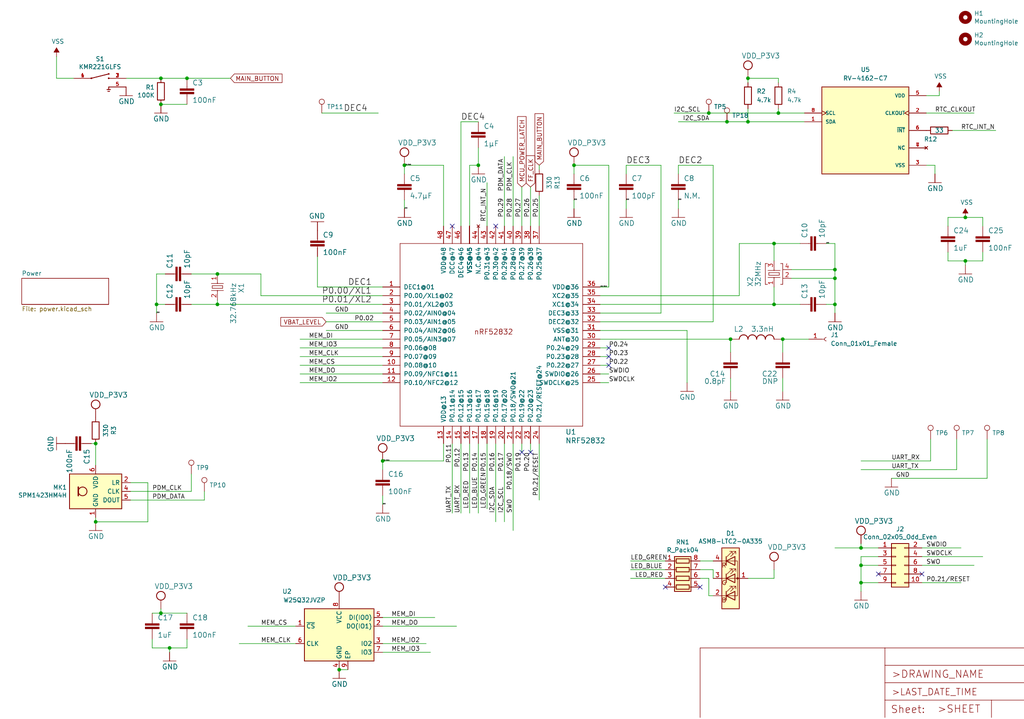
<source format=kicad_sch>
(kicad_sch (version 20211123) (generator eeschema)
  (paper "User" 299.06 210.007)
  (junction (at 226.06 88.9))
  (junction (at 167.64 48.26))
  (junction (at 243.84 81.28))
  (junction (at 243.84 78.74))
  (junction (at 49.53 189.23))
  (junction (at 218.44 35.56))
  (junction (at 226.06 71.12))
  (junction (at 251.46 165.1))
  (junction (at 45.72 88.9))
  (junction (at 207.01 33.02))
  (junction (at 218.44 22.86))
  (junction (at 118.11 48.26))
  (junction (at 46.99 179.07))
  (junction (at 251.46 170.18))
  (junction (at 243.84 88.9))
  (junction (at 281.94 76.2))
  (junction (at 63.5 88.9))
  (junction (at 212.3187 35.56))
  (junction (at 111.76 134.62))
  (junction (at 213.36 99.06))
  (junction (at 46.99 22.86))
  (junction (at 27.94 152.4))
  (junction (at 54.61 22.86))
  (junction (at 227.33 33.02))
  (junction (at 63.5 80.01))
  (junction (at 251.46 160.02))
  (junction (at 46.99 30.48))
  (junction (at 27.94 129.54))
  (junction (at 139.7 48.26))
  (junction (at 228.6 99.06))
  (junction (at 99.06 195.58))
  (junction (at 281.94 63.5))
  (no_connect (at 152.4 132.08))
  (no_connect (at 256.54 167.64))
  (no_connect (at 177.8 101.6))
  (no_connect (at 132.08 66.04))
  (no_connect (at 204.47 171.45))
  (no_connect (at 144.78 66.04))
  (no_connect (at 154.94 132.08))
  (no_connect (at 269.24 167.64))
  (no_connect (at 5.08 -36.83))
  (no_connect (at 177.8 106.68))
  (no_connect (at 194.31 171.45))
  (no_connect (at 177.8 104.14))
  (wire (pts (xy 154.94 129.54) (xy 154.94 132.08)))
  (wire (pts (xy 142.24 53.34) (xy 142.24 66.04)))
  (wire (pts (xy 59.69 143.51) (xy 59.69 146.05)))
  (wire (pts (xy 118.11 48.26) (xy 129.54 48.26)))
  (wire (pts (xy 241.3 88.9) (xy 243.84 88.9)))
  (wire (pts (xy 69.85 187.96) (xy 86.36 187.96)))
  (wire (pts (xy 276.86 76.2) (xy 281.94 76.2)))
  (wire (pts (xy 87.63 111.76) (xy 111.76 111.76)))
  (wire (pts (xy 175.26 93.98) (xy 208.28 93.98)))
  (wire (pts (xy 43.18 152.4) (xy 43.18 140.97)))
  (wire (pts (xy 167.64 48.26) (xy 167.64 50.8)))
  (wire (pts (xy 139.7 43.18) (xy 139.7 48.26)))
  (wire (pts (xy 154.94 54.61) (xy 154.94 66.04)))
  (wire (pts (xy 142.24 129.54) (xy 142.24 148.59)))
  (wire (pts (xy 256.54 170.18) (xy 251.46 170.18)))
  (wire (pts (xy 256.54 160.02) (xy 251.46 160.02)))
  (wire (pts (xy 226.06 83.82) (xy 226.06 88.9)))
  (wire (pts (xy 260.35 139.7) (xy 288.29 139.7)))
  (wire (pts (xy 101.6 195.58) (xy 99.06 195.58)))
  (wire (pts (xy 227.33 33.02) (xy 234.95 33.02)))
  (wire (pts (xy 175.26 96.52) (xy 200.66 96.52)))
  (wire (pts (xy 207.01 168.91) (xy 207.01 173.99)))
  (wire (pts (xy 167.64 58.42) (xy 167.64 60.96)))
  (wire (pts (xy 281.94 63.5) (xy 287.02 63.5)))
  (wire (pts (xy 228.6 102.87) (xy 228.6 99.06)))
  (wire (pts (xy 276.86 76.2) (xy 276.86 73.66)))
  (wire (pts (xy 157.48 129.54) (xy 157.48 146.05)))
  (wire (pts (xy 269.24 162.56) (xy 287.02 162.56)))
  (wire (pts (xy 182.88 48.26) (xy 193.04 48.26)))
  (wire (pts (xy 251.46 137.16) (xy 279.4 137.16)))
  (wire (pts (xy 46.99 22.86) (xy 54.61 22.86)))
  (wire (pts (xy 111.76 187.96) (xy 124.46 187.96)))
  (wire (pts (xy 76.2 86.36) (xy 111.76 86.36)))
  (wire (pts (xy 134.62 66.04) (xy 134.62 35.56)))
  (wire (pts (xy 208.28 166.37) (xy 208.28 168.91)))
  (wire (pts (xy 251.46 165.1) (xy 251.46 170.18)))
  (wire (pts (xy 111.76 147.32) (xy 111.76 144.78)))
  (wire (pts (xy 46.99 177.8) (xy 46.99 179.07)))
  (wire (pts (xy 27.94 129.54) (xy 26.67 129.54)))
  (wire (pts (xy 227.33 22.86) (xy 227.33 24.13)))
  (wire (pts (xy 194.31 163.83) (xy 184.15 163.83)))
  (wire (pts (xy 287.02 63.5) (xy 287.02 66.04)))
  (wire (pts (xy 175.26 83.82) (xy 177.8 83.82)))
  (wire (pts (xy 218.44 22.86) (xy 227.33 22.86)))
  (wire (pts (xy 226.06 88.9) (xy 233.68 88.9)))
  (wire (pts (xy 212.3187 35.56) (xy 218.44 35.56)))
  (wire (pts (xy 198.12 35.56) (xy 212.3187 35.56)))
  (wire (pts (xy 144.78 129.54) (xy 144.78 152.4)))
  (wire (pts (xy 63.5 88.9) (xy 63.5 87.63)))
  (wire (pts (xy 137.16 48.26) (xy 139.7 48.26)))
  (wire (pts (xy 200.66 96.52) (xy 200.66 111.76)))
  (wire (pts (xy 218.44 31.75) (xy 218.44 35.56)))
  (wire (pts (xy 76.2 86.36) (xy 76.2 80.01)))
  (wire (pts (xy 157.48 48.26) (xy 157.48 49.53)))
  (wire (pts (xy 55.88 88.9) (xy 63.5 88.9)))
  (wire (pts (xy 215.9 86.36) (xy 175.26 86.36)))
  (wire (pts (xy 92.71 83.82) (xy 111.76 83.82)))
  (wire (pts (xy 218.44 35.56) (xy 234.95 35.56)))
  (wire (pts (xy 281.94 63.5) (xy 276.86 63.5)))
  (wire (pts (xy 204.47 168.91) (xy 207.01 168.91)))
  (wire (pts (xy 218.44 168.91) (xy 226.06 168.91)))
  (wire (pts (xy 16.51 16.51) (xy 16.51 22.86)))
  (wire (pts (xy 111.76 96.52) (xy 95.25 96.52)))
  (wire (pts (xy 55.88 80.01) (xy 63.5 80.01)))
  (wire (pts (xy 46.99 179.07) (xy 44.45 179.07)))
  (wire (pts (xy 269.24 165.1) (xy 284.48 165.1)))
  (wire (pts (xy 111.76 91.44) (xy 95.25 91.44)))
  (wire (pts (xy 270.51 33.02) (xy 284.48 33.02)))
  (wire (pts (xy 227.33 31.75) (xy 227.33 33.02)))
  (wire (pts (xy 276.86 63.5) (xy 276.86 66.04)))
  (wire (pts (xy 175.26 101.6) (xy 177.8 101.6)))
  (wire (pts (xy 55.88 138.43) (xy 55.88 143.51)))
  (wire (pts (xy 137.16 66.04) (xy 137.16 48.26)))
  (wire (pts (xy 269.24 160.02) (xy 280.67 160.02)))
  (wire (pts (xy 274.32 27.94) (xy 274.32 26.67)))
  (wire (pts (xy 233.68 71.12) (xy 226.06 71.12)))
  (wire (pts (xy 193.04 91.44) (xy 175.26 91.44)))
  (wire (pts (xy 87.63 106.68) (xy 111.76 106.68)))
  (wire (pts (xy 27.94 152.4) (xy 27.94 151.13)))
  (wire (pts (xy 208.28 93.98) (xy 208.28 48.26)))
  (wire (pts (xy 92.71 74.93) (xy 92.71 83.82)))
  (wire (pts (xy 49.53 190.5) (xy 49.53 189.23)))
  (wire (pts (xy 207.01 33.02) (xy 227.33 33.02)))
  (wire (pts (xy 45.72 80.01) (xy 48.26 80.01)))
  (wire (pts (xy 256.54 165.1) (xy 251.46 165.1)))
  (wire (pts (xy 38.1 143.51) (xy 55.88 143.51)))
  (wire (pts (xy 243.84 71.12) (xy 243.84 78.74)))
  (wire (pts (xy 54.61 179.07) (xy 46.99 179.07)))
  (wire (pts (xy 54.61 189.23) (xy 54.61 186.69)))
  (wire (pts (xy 182.88 58.42) (xy 182.88 60.96)))
  (wire (pts (xy 196.85 33.02) (xy 207.01 33.02)))
  (wire (pts (xy 27.94 152.4) (xy 43.18 152.4)))
  (wire (pts (xy 177.8 83.82) (xy 177.8 48.26)))
  (wire (pts (xy 129.54 48.26) (xy 129.54 66.04)))
  (wire (pts (xy 218.44 22.86) (xy 218.44 24.13)))
  (wire (pts (xy 251.46 134.62) (xy 271.78 134.62)))
  (wire (pts (xy 226.06 168.91) (xy 226.06 166.37)))
  (wire (pts (xy 129.54 129.54) (xy 129.54 134.62)))
  (wire (pts (xy 213.36 102.87) (xy 213.36 99.06)))
  (wire (pts (xy 215.9 71.12) (xy 215.9 86.36)))
  (wire (pts (xy 149.86 129.54) (xy 149.86 154.94)))
  (wire (pts (xy 111.76 182.88) (xy 133.35 182.88)))
  (wire (pts (xy 226.06 71.12) (xy 215.9 71.12)))
  (wire (pts (xy 38.1 146.05) (xy 59.69 146.05)))
  (wire (pts (xy 36.83 22.86) (xy 46.99 22.86)))
  (wire (pts (xy 49.53 189.23) (xy 54.61 189.23)))
  (wire (pts (xy 270.51 27.94) (xy 274.32 27.94)))
  (wire (pts (xy 16.51 22.86) (xy 21.59 22.86)))
  (wire (pts (xy 132.08 129.54) (xy 132.08 149.86)))
  (wire (pts (xy 175.26 109.22) (xy 177.8 109.22)))
  (wire (pts (xy 208.28 48.26) (xy 198.12 48.26)))
  (wire (pts (xy 204.47 166.37) (xy 208.28 166.37)))
  (wire (pts (xy 134.62 129.54) (xy 134.62 149.86)))
  (wire (pts (xy 48.26 88.9) (xy 45.72 88.9)))
  (wire (pts (xy 87.63 99.06) (xy 111.76 99.06)))
  (wire (pts (xy 87.63 104.14) (xy 111.76 104.14)))
  (wire (pts (xy 213.36 110.49) (xy 213.36 114.3)))
  (wire (pts (xy 43.18 140.97) (xy 38.1 140.97)))
  (wire (pts (xy 271.78 134.62) (xy 271.78 128.27)))
  (wire (pts (xy 93.98 33.02) (xy 110.49 33.02)))
  (wire (pts (xy 182.88 50.8) (xy 182.88 48.26)))
  (wire (pts (xy 111.76 190.5) (xy 125.73 190.5)))
  (wire (pts (xy 241.3 71.12) (xy 243.84 71.12)))
  (wire (pts (xy 45.72 91.44) (xy 45.72 88.9)))
  (wire (pts (xy 279.4 137.16) (xy 279.4 128.27)))
  (wire (pts (xy 175.26 104.14) (xy 177.8 104.14)))
  (wire (pts (xy 111.76 180.34) (xy 127 180.34)))
  (wire (pts (xy 147.32 66.04) (xy 147.32 45.72)))
  (wire (pts (xy 243.84 88.9) (xy 243.84 91.44)))
  (wire (pts (xy 231.14 81.28) (xy 243.84 81.28)))
  (wire (pts (xy 251.46 170.18) (xy 251.46 172.72)))
  (wire (pts (xy 152.4 129.54) (xy 152.4 132.08)))
  (wire (pts (xy 269.24 170.18) (xy 280.67 170.18)))
  (wire (pts (xy 152.4 66.04) (xy 152.4 54.61)))
  (wire (pts (xy 149.86 45.72) (xy 149.86 66.04)))
  (wire (pts (xy 231.14 78.74) (xy 243.84 78.74)))
  (wire (pts (xy 270.51 48.26) (xy 273.05 48.26)))
  (wire (pts (xy 273.05 48.26) (xy 273.05 50.8)))
  (wire (pts (xy 134.62 35.56) (xy 139.7 35.56)))
  (wire (pts (xy 157.48 57.15) (xy 157.48 66.04)))
  (wire (pts (xy 243.84 78.74) (xy 243.84 81.28)))
  (wire (pts (xy 139.7 129.54) (xy 139.7 149.86)))
  (wire (pts (xy 45.72 88.9) (xy 45.72 80.01)))
  (wire (pts (xy 175.26 111.76) (xy 177.8 111.76)))
  (wire (pts (xy 281.94 77.47) (xy 281.94 76.2)))
  (wire (pts (xy 44.45 189.23) (xy 49.53 189.23)))
  (wire (pts (xy 95.25 93.98) (xy 111.76 93.98)))
  (wire (pts (xy 228.6 99.06) (xy 236.22 99.06)))
  (wire (pts (xy 87.63 101.6) (xy 111.76 101.6)))
  (wire (pts (xy 111.76 134.62) (xy 111.76 137.16)))
  (wire (pts (xy 198.12 58.42) (xy 198.12 60.96)))
  (wire (pts (xy 204.47 163.83) (xy 208.28 163.83)))
  (wire (pts (xy 226.06 71.12) (xy 226.06 76.2)))
  (wire (pts (xy 147.32 129.54) (xy 147.32 152.4)))
  (wire (pts (xy 137.16 129.54) (xy 137.16 149.86)))
  (wire (pts (xy 54.61 22.86) (xy 67.31 22.86)))
  (wire (pts (xy 207.01 173.99) (xy 208.28 173.99)))
  (wire (pts (xy 129.54 134.62) (xy 111.76 134.62)))
  (wire (pts (xy 177.8 48.26) (xy 167.64 48.26)))
  (wire (pts (xy 175.26 99.06) (xy 213.36 99.06)))
  (wire (pts (xy 76.2 80.01) (xy 63.5 80.01)))
  (wire (pts (xy 175.26 106.68) (xy 177.8 106.68)))
  (wire (pts (xy 87.63 109.22) (xy 111.76 109.22)))
  (wire (pts (xy 54.61 30.48) (xy 46.99 30.48)))
  (wire (pts (xy 198.12 48.26) (xy 198.12 50.8)))
  (wire (pts (xy 287.02 76.2) (xy 287.02 73.66)))
  (wire (pts (xy 194.31 168.91) (xy 184.15 168.91)))
  (wire (pts (xy 118.11 60.96) (xy 118.11 58.42)))
  (wire (pts (xy 63.5 88.9) (xy 111.76 88.9)))
  (wire (pts (xy 281.94 76.2) (xy 287.02 76.2)))
  (wire (pts (xy 251.46 162.56) (xy 251.46 165.1)))
  (wire (pts (xy 44.45 189.23) (xy 44.45 186.69)))
  (wire (pts (xy 27.94 135.89) (xy 27.94 129.54)))
  (wire (pts (xy 251.46 162.56) (xy 256.54 162.56)))
  (wire (pts (xy 243.84 81.28) (xy 243.84 88.9)))
  (wire (pts (xy 193.04 48.26) (xy 193.04 91.44)))
  (wire (pts (xy 118.11 48.26) (xy 118.11 50.8)))
  (wire (pts (xy 72.39 182.88) (xy 86.36 182.88)))
  (wire (pts (xy 228.6 110.49) (xy 228.6 114.3)))
  (wire (pts (xy 278.13 38.1) (xy 290.83 38.1)))
  (wire (pts (xy 175.26 88.9) (xy 226.06 88.9)))
  (wire (pts (xy 251.46 160.02) (xy 251.46 158.75)))
  (wire (pts (xy 288.29 139.7) (xy 288.29 128.27)))
  (wire (pts (xy 194.31 166.37) (xy 184.15 166.37)))
  (wire (pts (xy 243.84 160.02) (xy 251.46 160.02)))
  (label "P0.19" (at 152.4 132.08 270))
  (label "P0.17" (at 147.32 132.08 270))
  (label "MEM_CLK" (at 76.2 187.96 0))
  (label "GND" (at 198.12 58.42 0) (effects (font (size 0.254 0.254))))
  (label "SWDCLK" (at 177.8 111.76 0))
  (label "P0.13" (at 137.16 132.08 270))
  (label "PDM_DATA" (at 44.45 146.05 0))
  (label "MEM_CS" (at 76.2 182.88 0))
  (label "P0.20" (at 154.94 132.08 270))
  (label "UART_TX" (at 260.35 137.16 0))
  (label "P0.26" (at 154.94 63.5 90))
  (label "P0.02" (at 109.22 93.98 180))
  (label "MEM_CLK" (at 90.17 104.14 0))
  (label "SWO" (at 149.86 149.86 90))
  (label "PDM_DATA" (at 147.32 55.88 90))
  (label "DEC1" (at 101.6 83.82 0) (effects (font (size 1.778 1.778))))
  (label "UART_TX" (at 132.08 149.86 90))
  (label "LED_GREEN" (at 142.24 148.59 90))
  (label "P0.16" (at 144.78 132.08 270))
  (label "LED_BLUE" (at 139.7 148.59 90))
  (label "GND" (at 261.62 139.7 0))
  (label "MEM_DI" (at 90.17 99.06 0))
  (label "I2C_SDA" (at 199.39 35.56 0))
  (label "GND" (at 97.79 96.52 0))
  (label "P0.27" (at 152.4 63.5 90))
  (label "I2C_SCL" (at 196.85 33.02 0))
  (label "MEM_IO2" (at 90.17 111.76 0))
  (label "DEC2" (at 198.12 48.26 0) (effects (font (size 1.778 1.778))))
  (label "RTC_CLKOUT" (at 273.05 33.02 0))
  (label "GND" (at 167.64 58.42 0) (effects (font (size 0.254 0.254))))
  (label "P0.12" (at 134.62 130.81 270))
  (label "RTC_INT_N" (at 142.24 64.77 90))
  (label "UART_RX" (at 260.35 134.62 0))
  (label "P0.14" (at 139.7 132.08 270))
  (label "MEM_DO" (at 114.3 182.88 0))
  (label "RTC_INT_N" (at 280.67 38.1 0))
  (label "GND" (at 111.76 147.32 0) (effects (font (size 0.254 0.254))))
  (label "P0.15" (at 142.24 132.08 270))
  (label "P0.00/XL1" (at 93.98 86.36 0) (effects (font (size 1.778 1.778))))
  (label "LED_BLUE" (at 184.15 166.37 0))
  (label "P0.22" (at 177.8 106.68 0))
  (label "SWDIO" (at 270.51 160.02 0))
  (label "DEC4" (at 100.33 33.02 0) (effects (font (size 1.778 1.778))))
  (label "MEM_DI" (at 114.3 180.34 0))
  (label "PDM_CLK" (at 44.45 143.51 0))
  (label "LED_RED" (at 185.42 168.91 0))
  (label "VDD_P3V3" (at 111.76 134.62 0) (effects (font (size 0.254 0.254))))
  (label "MEM_DO" (at 90.17 109.22 0))
  (label "MEM_IO3" (at 114.3 190.5 0))
  (label "PDM_CLK" (at 149.86 55.88 90))
  (label "P0.23" (at 177.8 104.14 0))
  (label "SWDIO" (at 177.8 109.22 0))
  (label "P0.01/XL2" (at 93.98 88.9 0) (effects (font (size 1.778 1.778))))
  (label "P0.21/RESET" (at 157.48 132.08 270))
  (label "VDD_P3V3" (at 118.11 48.26 0) (effects (font (size 0.254 0.254))))
  (label "P0.29" (at 147.32 63.5 90))
  (label "DEC4" (at 134.62 35.56 0) (effects (font (size 1.778 1.778))))
  (label "P0.18/SWO" (at 149.86 132.08 270))
  (label "SWDCLK" (at 270.51 162.56 0))
  (label "UART_RX" (at 134.62 149.86 90))
  (label "LED_GREEN" (at 184.15 163.83 0))
  (label "SWO" (at 270.51 165.1 0))
  (label "P0.24" (at 177.8 101.6 0))
  (label "VDD_P3V3" (at 175.26 83.82 0) (effects (font (size 0.254 0.254))))
  (label "P0.21/RESET" (at 270.51 170.18 0))
  (label "I2C_SCL" (at 147.32 149.86 90))
  (label "GND" (at 241.3 71.12 0) (effects (font (size 0.254 0.254))))
  (label "P0.25" (at 157.48 63.5 90))
  (label "GND" (at 182.88 58.42 0) (effects (font (size 0.254 0.254))))
  (label "LED_RED" (at 137.16 148.59 90))
  (label "MEM_IO2" (at 114.3 187.96 0))
  (label "MEM_CS" (at 90.17 106.68 0))
  (label "MEM_IO3" (at 90.17 101.6 0))
  (label "DEC3" (at 182.88 48.26 0) (effects (font (size 1.778 1.778))))
  (label "GND" (at 118.11 60.96 0) (effects (font (size 0.254 0.254))))
  (label "P0.28" (at 149.86 63.5 90))
  (label "GND" (at 97.79 91.44 0))
  (label "I2C_SDA" (at 144.78 149.86 90))
  (label "P0.11" (at 132.08 129.54 270))
  (label "GND" (at 45.72 91.44 0) (effects (font (size 0.254 0.254))))
  (global_label "MAIN_BUTTON" (shape input) (at 157.48 48.26 90) (property "Intersheet References" "${INTERSHEET_REFS}" (effects hide)))
  (global_label "FF_CLK" (shape input) (at 154.94 54.61 90) (property "Intersheet References" "${INTERSHEET_REFS}" (effects hide)))
  (global_label "MCU_POWER_LATCH" (shape input) (at 152.4 54.61 90) (property "Intersheet References" "${INTERSHEET_REFS}" (effects hide)))
  (global_label "MAIN_BUTTON" (shape input) (at 67.31 22.86 0) (property "Intersheet References" "${INTERSHEET_REFS}" (effects hide)))
  (global_label "VBAT_LEVEL" (shape input) (at 95.25 93.98 180) (property "Intersheet References" "${INTERSHEET_REFS}" (effects hide)))
  (symbol (lib_id "nRF52832_qfaa-eagle-import:GND") (at 243.84 93.98 0) (mirror y) (unit 1)
    (property "Reference" "#GND011" (effects hide))
    (property "Value" "GND" (at 246.38 96.52 0) (effects (font (size 1.4986 1.4986)) (justify left bottom)))
  )
  (symbol (lib_id "nRF52832_qfaa-eagle-import:CAPACITOR_0402_N") (at 167.64 53.34 0) (unit 1)
    (property "Reference" "C6" (at 169.164 52.959 0) (effects (font (size 1.4986 1.4986)) (justify left bottom)))
    (property "Value" "100nF" (at 169.164 58.039 0) (effects (font (size 1.4986 1.4986)) (justify left bottom)))
    (property "Footprint" "Capacitor_SMD:C_0402_1005Metric" (effects hide))
    (property "LCSC" "C1525" (effects hide))
  )
  (symbol (lib_id "nRF52832_qfaa-eagle-import:GND") (at 139.7 50.8 0) (mirror y) (unit 1)
    (property "Reference" "#GND03" (effects hide))
    (property "Value" "GND" (at 142.24 53.34 0) (effects (font (size 1.4986 1.4986)) (justify left bottom)))
  )
  (symbol (lib_id "nRF52832_qfaa-eagle-import:CAPACITOR_0402_N") (at 182.88 53.34 0) (unit 1)
    (property "Reference" "C7" (at 184.404 52.959 0) (effects (font (size 1.4986 1.4986)) (justify left bottom)))
    (property "Value" "100pF" (at 184.404 58.039 0) (effects (font (size 1.4986 1.4986)) (justify left bottom)))
    (property "Footprint" "Capacitor_SMD:C_0402_1005Metric" (effects hide))
    (property "LCSC" "C1546" (effects hide))
  )
  (symbol (lib_id "nRF52832_qfaa-eagle-import:GND") (at 118.11 63.5 0) (mirror y) (unit 1)
    (property "Reference" "#GND05" (effects hide))
    (property "Value" "GND" (at 120.65 66.04 0) (effects (font (size 1.4986 1.4986)) (justify left bottom)))
  )
  (symbol (lib_id "nRF52832_qfaa-eagle-import:CAPACITOR_0402_N") (at 50.8 88.9 90) (unit 1)
    (property "Reference" "C12" (at 50.419 87.376 0) (effects (font (size 1.4986 1.4986)) (justify left bottom)))
    (property "Value" "10pF" (at 55.499 87.376 0) (effects (font (size 1.4986 1.4986)) (justify left bottom)))
    (property "Footprint" "Capacitor_SMD:C_0402_1005Metric" (effects hide))
    (property "LCSC" "C32949" (effects hide))
  )
  (symbol (lib_id "nRF52832_qfaa-eagle-import:VCC") (at 111.76 132.08 0) (unit 1)
    (property "Reference" "#VDD_NRF05" (effects hide))
    (property "Value" "VDD_P3V3" (at 109.855 128.905 0) (effects (font (size 1.4986 1.4986)) (justify left bottom)))
  )
  (symbol (lib_id "nRF52832_qfaa-eagle-import:CAPACITOR_0402_N") (at 50.8 80.01 90) (unit 1)
    (property "Reference" "C11" (at 50.419 78.486 0) (effects (font (size 1.4986 1.4986)) (justify left bottom)))
    (property "Value" "10pF" (at 55.499 78.486 0) (effects (font (size 1.4986 1.4986)) (justify left bottom)))
    (property "Footprint" "Capacitor_SMD:C_0402_1005Metric" (effects hide))
    (property "LCSC" "C32949" (effects hide))
  )
  (symbol (lib_id "nRF52832_qfaa-eagle-import:GND") (at 92.71 64.77 0) (mirror x) (unit 1)
    (property "Reference" "#GND09" (effects hide))
    (property "Value" "GND" (at 90.17 62.23 0) (effects (font (size 1.4986 1.4986)) (justify left bottom)))
  )
  (symbol (lib_id "nRF52832_qfaa-eagle-import:CAPACITOR_0603_N") (at 139.7 38.1 0) (unit 1)
    (property "Reference" "C4" (at 141.224 37.719 0) (effects (font (size 1.4986 1.4986)) (justify left bottom)))
    (property "Value" "1µF" (at 141.224 42.799 0) (effects (font (size 1.4986 1.4986)) (justify left bottom)))
    (property "Footprint" "Capacitor_SMD:C_0402_1005Metric" (effects hide))
    (property "LCSC" "C92755" (effects hide))
  )
  (symbol (lib_id "nRF52832_qfaa-eagle-import:GND") (at 198.12 63.5 0) (mirror y) (unit 1)
    (property "Reference" "#GND08" (effects hide))
    (property "Value" "GND" (at 200.66 66.04 0) (effects (font (size 1.4986 1.4986)) (justify left bottom)))
  )
  (symbol (lib_id "nRF52832_qfaa-eagle-import:GND") (at 167.64 63.5 0) (mirror y) (unit 1)
    (property "Reference" "#GND06" (effects hide))
    (property "Value" "GND" (at 170.18 66.04 0) (effects (font (size 1.4986 1.4986)) (justify left bottom)))
  )
  (symbol (lib_id "nRF52832_qfaa-eagle-import:CAPACITOR_0402_N") (at 54.61 25.4 0) (unit 1)
    (property "Reference" "C3" (at 56.134 25.019 0) (effects (font (size 1.4986 1.4986)) (justify left bottom)))
    (property "Value" "100nF" (at 56.134 30.099 0) (effects (font (size 1.4986 1.4986)) (justify left bottom)))
    (property "Footprint" "Capacitor_SMD:C_0402_1005Metric" (effects hide))
    (property "LCSC" "C1525" (effects hide))
  )
  (symbol (lib_id "nRF52832_qfaa-eagle-import:GND") (at 46.99 33.02 0) (mirror y) (unit 1)
    (property "Reference" "#GND02" (effects hide))
    (property "Value" "GND" (at 49.53 35.56 0) (effects (font (size 1.4986 1.4986)) (justify left bottom)))
  )
  (symbol (lib_id "nRF52832_qfaa-eagle-import:GND") (at 213.36 116.84 0) (mirror y) (unit 1)
    (property "Reference" "#GND013" (effects hide))
    (property "Value" "GND" (at 215.9 119.38 0) (effects (font (size 1.4986 1.4986)) (justify left bottom)))
  )
  (symbol (lib_id "Device:R") (at 46.99 26.67 0) (mirror y) (unit 1)
    (property "Reference" "R1" (at 45.212 25.5016 0) (effects (justify left)))
    (property "Value" "100K" (at 45.212 27.813 0) (effects (justify left)))
    (property "Footprint" "Resistor_SMD:R_0402_1005Metric" (effects hide))
    (property "LCSC" "C25741" (effects hide))
  )
  (symbol (lib_id "nRF52832_qfaa-eagle-import:VCC") (at 27.94 119.38 0) (unit 1)
    (property "Reference" "#VDD_NRF04" (effects hide))
    (property "Value" "VDD_P3V3" (at 26.035 116.205 0) (effects (font (size 1.4986 1.4986)) (justify left bottom)))
  )
  (symbol (lib_id "Memory_Flash:W25Q32JVZP") (at 99.06 185.42 0) (unit 1)
    (property "Reference" "U2" (at 83.82 172.72 0))
    (property "Value" "W25Q32JVZP" (at 88.9 175.26 0))
    (property "Footprint" "nRF52832_qfaa:WSON-8-1EP_6x5mm_P1.27mm_EP3.4x4.3mm" (effects hide))
    (property "Datasheet" "http://www.winbond.com/resource-files/w25q32jv%20revg%2003272018%20plus.pdf" (effects hide))
    (property "LCSC" "C2689660" (effects hide))
  )
  (symbol (lib_id "nRF52832_qfaa-eagle-import:VCC") (at 251.46 156.21 0) (unit 1)
    (property "Reference" "#VDD_NRF06" (effects hide))
    (property "Value" "VDD_P3V3" (at 249.555 153.035 0) (effects (font (size 1.4986 1.4986)) (justify left bottom)))
  )
  (symbol (lib_id "nRF52832_qfaa-eagle-import:GND") (at 251.46 175.26 0) (mirror y) (unit 1)
    (property "Reference" "#GND018" (effects hide))
    (property "Value" "GND" (at 254 177.8 0) (effects (font (size 1.4986 1.4986)) (justify left bottom)))
  )
  (symbol (lib_id "nRF52832_qfaa-eagle-import:VCC") (at 99.06 172.72 0) (unit 1)
    (property "Reference" "#VDD_NRF08" (effects hide))
    (property "Value" "VDD_P3V3" (at 97.155 169.545 0) (effects (font (size 1.4986 1.4986)) (justify left bottom)))
  )
  (symbol (lib_id "nRF52832_qfaa-eagle-import:GND") (at 99.06 198.12 0) (mirror y) (unit 1)
    (property "Reference" "#GND020" (effects hide))
    (property "Value" "GND" (at 101.6 200.66 0) (effects (font (size 1.4986 1.4986)) (justify left bottom)))
  )
  (symbol (lib_id "Connector_Generic:Conn_02x05_Odd_Even") (at 261.62 165.1 0) (unit 1)
    (property "Reference" "J2" (at 262.89 154.5082 0))
    (property "Value" "Conn_02x05_Odd_Even" (at 262.89 156.8196 0))
    (property "Footprint" "Connector_PinHeader_1.27mm:PinHeader_2x05_P1.27mm_Vertical_SMD" (effects hide))
  )
  (symbol (lib_id "nRF52832_qfaa-eagle-import:GND") (at 260.35 142.24 0) (mirror y) (unit 1)
    (property "Reference" "#GND015" (effects hide))
    (property "Value" "GND" (at 262.89 144.78 0) (effects (font (size 1.4986 1.4986)) (justify left bottom)))
  )
  (symbol (lib_id "nRF52832_qfaa-eagle-import:CAPACITOR_0402_N") (at 54.61 181.61 0) (unit 1)
    (property "Reference" "C18" (at 56.134 181.229 0) (effects (font (size 1.4986 1.4986)) (justify left bottom)))
    (property "Value" "100nF" (at 56.134 186.309 0) (effects (font (size 1.4986 1.4986)) (justify left bottom)))
    (property "Footprint" "Capacitor_SMD:C_0402_1005Metric" (effects hide))
    (property "LCSC" "C1525" (effects hide))
  )
  (symbol (lib_id "nRF52832_qfaa-eagle-import:CAPACITOR_0402_N") (at 44.45 181.61 0) (unit 1)
    (property "Reference" "C17" (at 45.974 181.229 0) (effects (font (size 1.4986 1.4986)) (justify left bottom)))
    (property "Value" "1uF" (at 45.974 186.309 0) (effects (font (size 1.4986 1.4986)) (justify left bottom)))
    (property "Footprint" "Capacitor_SMD:C_0402_1005Metric" (effects hide))
    (property "LCSC" "C52923" (effects hide))
  )
  (symbol (lib_id "LED:ASMB-MTB0-0A3A2") (at 213.36 168.91 0) (unit 1)
    (property "Reference" "D1" (at 213.36 155.7782 0))
    (property "Value" "ASMB-LTC2-0A335" (at 213.36 158.0896 0))
    (property "Footprint" "nRF52832_qfaa:LED_Cree-PLCC4_2x2mm_CW" (effects hide))
    (property "Datasheet" "https://docs.broadcom.com/docs/ASMB-LTC2-0A335-DS" (effects hide))
  )
  (symbol (lib_id "Device:R_Pack04") (at 199.39 168.91 270) (unit 1)
    (property "Reference" "RN1" (at 199.39 158.3182 90))
    (property "Value" "R_Pack04" (at 199.39 160.6296 90))
    (property "Footprint" "Resistor_SMD:R_Array_Convex_4x0402" (effects hide))
    (property "LCSC" "C25726" (effects hide))
  )
  (symbol (lib_id "nRF52832_qfaa-eagle-import:GND") (at 49.53 193.04 0) (mirror y) (unit 1)
    (property "Reference" "#GND019" (effects hide))
    (property "Value" "GND" (at 52.07 195.58 0) (effects (font (size 1.4986 1.4986)) (justify left bottom)))
  )
  (symbol (lib_id "nRF52832_qfaa-eagle-import:VCC") (at 46.99 175.26 0) (unit 1)
    (property "Reference" "#VDD_NRF09" (effects hide))
    (property "Value" "VDD_P3V3" (at 45.085 172.085 0) (effects (font (size 1.4986 1.4986)) (justify left bottom)))
  )
  (symbol (lib_id "nRF52832_qfaa-eagle-import:CAPACITOR_0402_N") (at 24.13 129.54 270) (unit 1)
    (property "Reference" "C15" (at 24.511 131.064 0) (effects (font (size 1.4986 1.4986)) (justify left bottom)))
    (property "Value" "100nF" (at 19.431 131.064 0) (effects (font (size 1.4986 1.4986)) (justify left bottom)))
    (property "Footprint" "Capacitor_SMD:C_0402_1005Metric" (effects hide))
    (property "LCSC" "C1525" (effects hide))
  )
  (symbol (lib_id "nRF52832_qfaa-eagle-import:GND") (at 27.94 154.94 0) (mirror y) (unit 1)
    (property "Reference" "#GND017" (effects hide))
    (property "Value" "GND" (at 30.48 157.48 0) (effects (font (size 1.4986 1.4986)) (justify left bottom)))
  )
  (symbol (lib_id "nRF52832_qfaa-eagle-import:VCC") (at 226.06 163.83 0) (unit 1)
    (property "Reference" "#VDD_NRF07" (effects hide))
    (property "Value" "VDD_P3V3" (at 224.155 160.655 0) (effects (font (size 1.4986 1.4986)) (justify left bottom)))
  )
  (symbol (lib_id "Device:R") (at 27.94 125.73 180) (unit 1)
    (property "Reference" "R3" (at 33.1978 125.73 90))
    (property "Value" "330" (at 30.8864 125.73 90))
    (property "Footprint" "Resistor_SMD:R_0402_1005Metric" (effects hide))
    (property "LCSC" "C25104" (effects hide))
  )
  (symbol (lib_id "Mechanical:MountingHole") (at 281.94 5.08 0) (unit 1)
    (property "Reference" "H1" (at 284.48 3.9116 0) (effects (justify left)))
    (property "Value" "MountingHole" (at 284.48 6.223 0) (effects (justify left)))
    (property "Footprint" "nRF52832_qfaa:MountingHole_1mm" (effects hide))
  )
  (symbol (lib_id "Mechanical:MountingHole") (at 281.94 11.43 0) (unit 1)
    (property "Reference" "H2" (at 284.48 10.2616 0) (effects (justify left)))
    (property "Value" "MountingHole" (at 284.48 12.573 0) (effects (justify left)))
    (property "Footprint" "nRF52832_qfaa:MountingHole_1mm" (effects hide))
  )
  (symbol (lib_id "power:VSS") (at 16.51 16.51 0) (unit 1)
    (property "Reference" "#PWR01" (effects hide))
    (property "Value" "VSS" (at 16.891 12.1158 0))
  )
  (symbol (lib_id "_button:KMR221GLFS") (at 29.21 22.86 0) (unit 1)
    (property "Reference" "S1" (at 29.21 17.2212 0))
    (property "Value" "KMR221GLFS" (at 29.21 19.5326 0))
    (property "Footprint" "SW_KMR221GLFS" (effects hide))
    (property "LCSC" "C72443" (effects hide))
  )
  (symbol (lib_id "nRF52832_qfaa-eagle-import:GND") (at 36.83 27.94 0) (mirror y) (unit 1)
    (property "Reference" "#GND0103" (effects hide))
    (property "Value" "GND" (at 39.37 30.48 0) (effects (font (size 1.4986 1.4986)) (justify left bottom)))
  )
  (symbol (lib_id "nRF52832_qfaa-eagle-import:CAPACITOR_0402_N") (at 228.6 107.95 180) (unit 1)
    (property "Reference" "C22" (at 227.076 108.331 0) (effects (font (size 1.4986 1.4986)) (justify left bottom)))
    (property "Value" "DNP" (at 227.33 110.49 0) (effects (font (size 1.4986 1.4986)) (justify left bottom)))
    (property "Footprint" "Capacitor_SMD:C_0402_1005Metric" (effects hide))
    (property "LCSC" "C88902" (effects hide))
  )
  (symbol (lib_id "nRF52832_qfaa-eagle-import:GND") (at 228.6 116.84 0) (mirror y) (unit 1)
    (property "Reference" "#GND0102" (effects hide))
    (property "Value" "GND" (at 231.14 119.38 0) (effects (font (size 1.4986 1.4986)) (justify left bottom)))
  )
  (symbol (lib_id "Connector:TestPoint") (at 271.78 128.27 0) (unit 1)
    (property "Reference" "TP6" (at 273.2532 126.4412 0) (effects (justify left)))
    (property "Value" "TestPoint" (effects hide))
    (property "Footprint" "TestPoint:TestPoint_Pad_D1.0mm" (effects hide))
  )
  (symbol (lib_id "Connector:TestPoint") (at 279.4 128.27 0) (unit 1)
    (property "Reference" "TP7" (at 280.8732 126.4412 0) (effects (justify left)))
    (property "Value" "TestPoint" (effects hide))
    (property "Footprint" "TestPoint:TestPoint_Pad_D1.0mm" (effects hide))
  )
  (symbol (lib_id "Connector:TestPoint") (at 288.29 128.27 0) (unit 1)
    (property "Reference" "TP8" (at 289.7632 126.4412 0) (effects (justify left)))
    (property "Value" "TestPoint" (effects hide))
    (property "Footprint" "TestPoint:TestPoint_Pad_D1.0mm" (effects hide))
  )
  (symbol (lib_id "Sensor_Audio:MP45DT02") (at 27.94 143.51 0) (unit 1)
    (property "Reference" "MK1" (at 19.5834 142.3416 0) (effects (justify right)))
    (property "Value" "SPM1423HM4H" (at 19.5834 144.653 0) (effects (justify right)))
    (property "Footprint" "Sensor_Audio:ST_HLGA-6_3.76x4.72mm_P1.65mm" (effects hide))
    (property "Datasheet" "https://media.digikey.com/pdf/Data%20Sheets/Knowles%20Acoustics%20PDFs/SPM1423HM4H-B.pdf" (effects hide))
  )
  (symbol (lib_id "nRF52832_qfaa-eagle-import:GND") (at 16.51 129.54 270) (mirror x) (unit 1)
    (property "Reference" "#GND014" (effects hide))
    (property "Value" "GND" (at 13.97 132.08 0) (effects (font (size 1.4986 1.4986)) (justify left bottom)))
  )
  (symbol (lib_id "nRF52832_qfaa-eagle-import:VCC") (at 118.11 45.72 0) (unit 1)
    (property "Reference" "#VDD_NRF02" (effects hide))
    (property "Value" "VDD_P3V3" (at 116.205 42.545 0) (effects (font (size 1.4986 1.4986)) (justify left bottom)))
  )
  (symbol (lib_id "nRF52832_qfaa-eagle-import:GND") (at 111.76 149.86 0) (mirror y) (unit 1)
    (property "Reference" "#GND016" (effects hide))
    (property "Value" "GND" (at 114.3 152.4 0) (effects (font (size 1.4986 1.4986)) (justify left bottom)))
  )
  (symbol (lib_id "nRF52832_qfaa-eagle-import:CAPACITOR_0402_N") (at 111.76 139.7 0) (unit 1)
    (property "Reference" "C16" (at 113.284 139.319 0) (effects (font (size 1.4986 1.4986)) (justify left bottom)))
    (property "Value" "100nF" (at 113.284 144.399 0) (effects (font (size 1.4986 1.4986)) (justify left bottom)))
    (property "Footprint" "Capacitor_SMD:C_0402_1005Metric" (effects hide))
    (property "LCSC" "C1525" (effects hide))
  )
  (symbol (lib_id "nRF52832_qfaa-eagle-import:NRF52832") (at 116.84 124.46 0) (unit 1)
    (property "Reference" "U1" (at 165.1 127 0) (effects (font (size 1.4986 1.4986)) (justify left bottom)))
    (property "Value" "NRF52832" (at 165.1 129.54 0) (effects (font (size 1.4986 1.4986)) (justify left bottom)))
    (property "Footprint" "nRF52832_qfaa:QFN40P600X600X90-48_N" (effects hide))
    (property "LCSC" "C77540" (effects hide))
  )
  (symbol (lib_id "nRF52832_qfaa-eagle-import:A4L-LOC") (at 43.18 213.36 0) (unit 1)
    (property "Reference" "#FRAME1" (effects hide))
    (property "Value" "1" (effects hide))
  )
  (symbol (lib_id "nRF52832_qfaa-eagle-import:CAPACITOR_0402_N") (at 236.22 71.12 90) (unit 1)
    (property "Reference" "C10" (at 235.839 69.596 0) (effects (font (size 1.4986 1.4986)) (justify left bottom)))
    (property "Value" "10pF" (at 240.919 69.596 0) (effects (font (size 1.4986 1.4986)) (justify left bottom)))
    (property "Footprint" "Capacitor_SMD:C_0402_1005Metric" (effects hide))
    (property "LCSC" "C32949" (effects hide))
  )
  (symbol (lib_id "nRF52832_qfaa-eagle-import:CAPACITOR_0402_N") (at 92.71 69.85 0) (unit 1)
    (property "Reference" "C9" (at 94.234 69.469 0) (effects (font (size 1.4986 1.4986)) (justify left bottom)))
    (property "Value" "100nF" (at 94.234 74.549 0) (effects (font (size 1.4986 1.4986)) (justify left bottom)))
    (property "Footprint" "Capacitor_SMD:C_0402_1005Metric" (effects hide))
    (property "LCSC" "C1525" (effects hide))
  )
  (symbol (lib_id "nRF52832_qfaa-eagle-import:CAPACITOR_0402_N") (at 198.12 53.34 0) (unit 1)
    (property "Reference" "C8" (at 199.644 52.959 0) (effects (font (size 1.4986 1.4986)) (justify left bottom)))
    (property "Value" "N.M." (at 199.644 58.039 0) (effects (font (size 1.4986 1.4986)) (justify left bottom)))
    (property "Footprint" "Capacitor_SMD:C_0402_1005Metric" (effects hide))
  )
  (symbol (lib_id "nRF52832_qfaa-eagle-import:GND") (at 182.88 63.5 0) (mirror y) (unit 1)
    (property "Reference" "#GND07" (effects hide))
    (property "Value" "GND" (at 185.42 66.04 0) (effects (font (size 1.4986 1.4986)) (justify left bottom)))
  )
  (symbol (lib_id "nRF52832_qfaa-eagle-import:CAPACITOR_0402_N") (at 236.22 88.9 90) (unit 1)
    (property "Reference" "C13" (at 235.839 87.376 0) (effects (font (size 1.4986 1.4986)) (justify left bottom)))
    (property "Value" "10pF" (at 240.919 87.376 0) (effects (font (size 1.4986 1.4986)) (justify left bottom)))
    (property "Footprint" "Capacitor_SMD:C_0402_1005Metric" (effects hide))
    (property "LCSC" "C32949" (effects hide))
  )
  (symbol (lib_id "nRF52832_qfaa-eagle-import:INDUCTOR_0402_N") (at 220.98 99.06 90) (unit 1)
    (property "Reference" "L2" (at 217.17 95.25 90) (effects (font (size 1.4986 1.4986)) (justify left bottom)))
    (property "Value" "3.3nH" (at 226.06 95.25 90) (effects (font (size 1.4986 1.4986)) (justify left bottom)))
    (property "Footprint" "Capacitor_SMD:C_0402_1005Metric" (effects hide))
    (property "LCSC" "C162542" (effects hide))
  )
  (symbol (lib_id "nRF52832_qfaa-eagle-import:XTAL_32MHZ") (at 228.6 83.82 90) (unit 1)
    (property "Reference" "X2" (at 219.964 83.82 0) (effects (font (size 1.4986 1.4986)) (justify left bottom)))
    (property "Value" "32MHz" (at 222.25 83.82 0) (effects (font (size 1.4986 1.4986)) (justify left bottom)))
    (property "Footprint" "nRF52832_qfaa:BT-XTAL_2016_N" (effects hide))
  )
  (symbol (lib_id "nRF52832_qfaa-eagle-import:CAPACITOR_0402_N") (at 213.36 107.95 180) (unit 1)
    (property "Reference" "C14" (at 211.836 108.331 0) (effects (font (size 1.4986 1.4986)) (justify left bottom)))
    (property "Value" "0.8pF" (at 212.09 110.49 0) (effects (font (size 1.4986 1.4986)) (justify left bottom)))
    (property "Footprint" "Capacitor_SMD:C_0402_1005Metric" (effects hide))
    (property "LCSC" "C326068" (effects hide))
  )
  (symbol (lib_id "nRF52832_qfaa-eagle-import:VCC") (at 167.64 45.72 0) (unit 1)
    (property "Reference" "#VDD_NRF03" (effects hide))
    (property "Value" "VDD_P3V3" (at 165.735 42.545 0) (effects (font (size 1.4986 1.4986)) (justify left bottom)))
  )
  (symbol (lib_id "nRF52832_qfaa-eagle-import:GND") (at 200.66 114.3 0) (mirror y) (unit 1)
    (property "Reference" "#GND012" (effects hide))
    (property "Value" "GND" (at 203.2 116.84 0) (effects (font (size 1.4986 1.4986)) (justify left bottom)))
  )
  (symbol (lib_id "nRF52832_qfaa-eagle-import:CAPACITOR_0603_N") (at 118.11 53.34 0) (unit 1)
    (property "Reference" "C5" (at 119.634 52.959 0) (effects (font (size 1.4986 1.4986)) (justify left bottom)))
    (property "Value" "4.7µF" (at 119.634 58.039 0) (effects (font (size 1.4986 1.4986)) (justify left bottom)))
    (property "Footprint" "Capacitor_SMD:C_0402_1005Metric" (effects hide))
    (property "LCSC" "C77004" (effects hide))
  )
  (symbol (lib_id "nRF52832_qfaa-eagle-import:GND") (at 45.72 93.98 0) (mirror y) (unit 1)
    (property "Reference" "#GND010" (effects hide))
    (property "Value" "GND" (at 48.26 96.52 0) (effects (font (size 1.4986 1.4986)) (justify left bottom)))
  )
  (symbol (lib_id "nRF52832_qfaa-eagle-import:XTAL_32KHZ") (at 63.5 82.55 270) (unit 1)
    (property "Reference" "X1" (at 69.596 82.55 0) (effects (font (size 1.4986 1.4986)) (justify left bottom)))
    (property "Value" "32.768kHz" (at 67.31 82.55 0) (effects (font (size 1.4986 1.4986)) (justify left bottom)))
    (property "Footprint" "nRF52832_qfaa:XTAL_3215_N" (effects hide))
  )
  (symbol (lib_id "Device:R") (at 227.33 27.94 0) (unit 1)
    (property "Reference" "R4" (at 229.87 26.6699 0) (effects (justify left)))
    (property "Value" "4.7k" (at 229.87 29.2099 0) (effects (justify left)))
    (property "Footprint" "Resistor_SMD:R_0402_1005Metric" (effects hide))
    (property "LCSC" "C25900" (effects hide))
  )
  (symbol (lib_id "Connector:TestPoint") (at 212.3187 35.56 0) (unit 1)
    (property "Reference" "TP18" (at 213.7919 33.7312 0) (effects (justify left)))
    (property "Value" "TestPoint" (effects hide))
    (property "Footprint" "TestPoint:TestPoint_Pad_D1.0mm" (effects hide))
  )
  (symbol (lib_id "RV-4162-C7:RV-4162-C7") (at 252.73 38.1 0) (unit 1)
    (property "Reference" "U5" (at 252.73 20.32 0))
    (property "Value" "RV-4162-C7" (at 252.73 22.86 0))
    (property "Footprint" "_other:IC_RV-4162-C7" (effects hide))
    (property "STANDARD" "Manufacturer Recommendations" (effects hide))
    (property "MAXIMUM_PACKAGE_HEIGHT" "0.8 mm" (effects hide))
    (property "PARTREV" "5.1/09.2020" (effects hide))
    (property "MANUFACTURER" "Micro Crystal" (effects hide))
  )
  (symbol (lib_id "Device:R") (at 157.48 53.34 180) (unit 1)
    (property "Reference" "R13" (at 162.7378 53.34 90))
    (property "Value" "330" (at 160.4264 53.34 90))
    (property "Footprint" "Resistor_SMD:R_0402_1005Metric" (effects hide))
    (property "LCSC" "C25104" (effects hide))
  )
  (symbol (lib_id "nRF52832_qfaa-eagle-import:CAPACITOR_0402_N") (at 287.02 68.58 0) (unit 1)
    (property "Reference" "C25" (at 288.544 68.199 0) (effects (font (size 1.4986 1.4986)) (justify left bottom)))
    (property "Value" "100nF" (at 288.544 73.279 0) (effects (font (size 1.4986 1.4986)) (justify left bottom)))
    (property "Footprint" "Capacitor_SMD:C_0402_1005Metric" (effects hide))
    (property "LCSC" "C1525" (effects hide))
  )
  (symbol (lib_id "Connector:TestPoint") (at 55.88 138.43 0) (unit 1)
    (property "Reference" "TP9" (at 57.3532 136.6012 0) (effects (justify left)))
    (property "Value" "TestPoint" (effects hide))
    (property "Footprint" "TestPoint:TestPoint_Pad_D1.0mm" (effects hide))
  )
  (symbol (lib_id "Device:R") (at 218.44 27.94 0) (unit 1)
    (property "Reference" "R2" (at 220.98 26.6699 0) (effects (justify left)))
    (property "Value" "4.7k" (at 220.98 29.2099 0) (effects (justify left)))
    (property "Footprint" "Resistor_SMD:R_0402_1005Metric" (effects hide))
    (property "LCSC" "C25900" (effects hide))
  )
  (symbol (lib_id "nRF52832_qfaa-eagle-import:GND") (at 281.94 80.01 0) (mirror y) (unit 1)
    (property "Reference" "#GND0106" (effects hide))
    (property "Value" "GND" (at 284.48 82.55 0) (effects (font (size 1.4986 1.4986)) (justify left bottom)))
  )
  (symbol (lib_id "Connector:TestPoint") (at 59.69 143.51 0) (unit 1)
    (property "Reference" "TP10" (at 61.1632 141.6812 0) (effects (justify left)))
    (property "Value" "TestPoint" (effects hide))
    (property "Footprint" "TestPoint:TestPoint_Pad_D1.0mm" (effects hide))
  )
  (symbol (lib_id "power:VSS") (at 274.32 26.67 0) (unit 1)
    (property "Reference" "#PWR0104" (effects hide))
    (property "Value" "VSS" (at 274.701 22.2758 0))
  )
  (symbol (lib_id "Connector:TestPoint") (at 207.01 33.02 0) (unit 1)
    (property "Reference" "TP5" (at 208.4832 31.1912 0) (effects (justify left)))
    (property "Value" "TestPoint" (effects hide))
    (property "Footprint" "TestPoint:TestPoint_Pad_D1.0mm" (effects hide))
  )
  (symbol (lib_id "power:VSS") (at 281.94 63.5 0) (unit 1)
    (property "Reference" "#PWR0103" (effects hide))
    (property "Value" "VSS" (at 282.321 59.1058 0))
  )
  (symbol (lib_id "Connector:Conn_01x01_Female") (at 241.3 99.06 0) (unit 1)
    (property "Reference" "J1" (at 242.57 97.7899 0) (effects (justify left)))
    (property "Value" "Conn_01x01_Female" (at 242.57 100.3299 0) (effects (justify left)))
    (property "Footprint" "Connector_PinHeader_1.00mm:PinHeader_1x01_P1.00mm_Vertical" (effects hide))
  )
  (symbol (lib_id "nRF52832_qfaa-eagle-import:GND") (at 273.05 53.34 0) (mirror y) (unit 1)
    (property "Reference" "#GND0105" (effects hide))
    (property "Value" "GND" (at 275.59 55.88 0) (effects (font (size 1.4986 1.4986)) (justify left bottom)))
  )
  (symbol (lib_id "nRF52832_qfaa-eagle-import:VCC") (at 218.44 20.32 0) (unit 1)
    (property "Reference" "#VDD_NRF0103" (effects hide))
    (property "Value" "VDD_P3V3" (at 216.535 17.145 0) (effects (font (size 1.4986 1.4986)) (justify left bottom)))
  )
  (symbol (lib_id "Connector:TestPoint") (at 93.98 33.02 0) (unit 1)
    (property "Reference" "TP11" (at 95.4532 31.1912 0) (effects (justify left)))
    (property "Value" "TestPoint" (effects hide))
    (property "Footprint" "TestPoint:TestPoint_Pad_D1.0mm" (effects hide))
  )
  (symbol (lib_id "nRF52832_qfaa-eagle-import:CAPACITOR_0402_N") (at 276.86 68.58 0) (unit 1)
    (property "Reference" "C24" (at 278.384 68.199 0) (effects (font (size 1.4986 1.4986)) (justify left bottom)))
    (property "Value" "1uF" (at 278.384 73.279 0) (effects (font (size 1.4986 1.4986)) (justify left bottom)))
    (property "Footprint" "Capacitor_SMD:C_0402_1005Metric" (effects hide))
    (property "LCSC" "C52923" (effects hide))
  )
  (symbol (lib_id "Device:R") (at 274.32 38.1 270) (unit 1)
    (property "Reference" "R12" (at 271.78 40.64 90))
    (property "Value" "33" (at 274.32 38.1 90))
    (property "Footprint" "Resistor_SMD:R_0402_1005Metric" (effects hide))
    (property "LCSC" "C25105" (effects hide))
  )
  (sheet (at 6.35 81.28) (size 25.4 7.62)
    (property "Sheet name" "Power" (at 6.35 80.5684 0) (effects (justify left bottom)))
    (property "Sheet file" "power.kicad_sch" (at 6.35 89.4846 0) (effects (justify left top)))
  )
)
</source>
